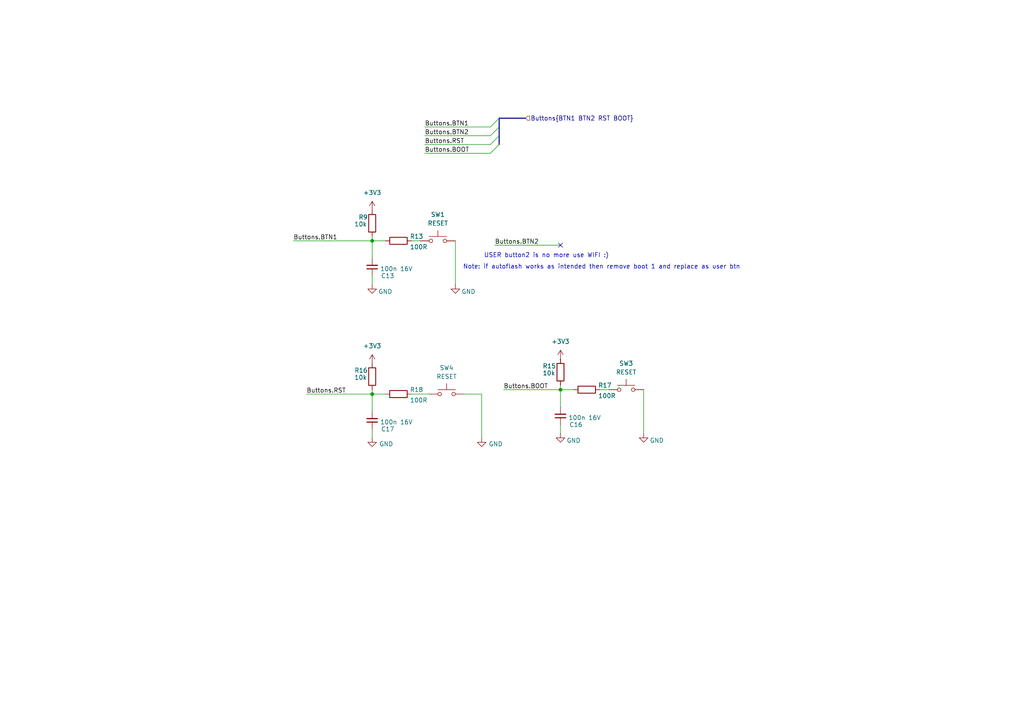
<source format=kicad_sch>
(kicad_sch (version 20231120) (generator "eeschema") (generator_version "8.0")
  (paper "A4")
  (title_block (date "2025-02-04") (rev "A") (company "Artem Horiunov") (comment 1 "DESIGNED IN POLAND"))
  (lib_symbols
    (symbol "Device:C_Small" (pin_numbers hide) (pin_names (offset 0.254) hide)
      (property "Reference" "C" (at 0.254 1.778 0))
      (property "Value" "C_Small" (at 0.254 -2.032 0))
      (symbol "C_Small_0_1"
        (polyline (pts (xy -1.524 -0.508) (xy 1.524 -0.508)) (stroke (width 0.3302)))
        (polyline (pts (xy -1.524 0.508) (xy 1.524 0.508)) (stroke (width 0.3048)))
      )
      (symbol "C_Small_1_1"
        (pin passive line (at 0 2.54 270) (length 2.032) (name "~") (number "1"))
        (pin passive line (at 0 -2.54 90) (length 2.032) (name "~") (number "2"))
      )
    )
    (symbol "Device:R" (pin_numbers hide) (pin_names (offset 0))
      (property "Reference" "R" (at 2.032 0 90))
      (property "Value" "R" (at 0 0 90))
      (symbol "R_0_1"
        (rectangle (start -1.016 -2.54) (end 1.016 2.54) (stroke (width 0.254)))
      )
      (symbol "R_1_1"
        (pin passive line (at 0 3.81 270) (length 1.27) (name "~") (number "1"))
        (pin passive line (at 0 -3.81 90) (length 1.27) (name "~") (number "2"))
      )
    )
    (symbol "Switch:SW_Push" (pin_numbers hide) (pin_names (offset 1.016) hide)
      (property "Reference" "SW" (at 1.27 2.54 0))
      (property "Value" "SW_Push" (at 0 -1.524 0))
      (symbol "SW_Push_0_1"
        (circle (center -2.032 0) (radius 0.508))
        (polyline (pts (xy 0 1.27) (xy 0 3.048)))
        (polyline (pts (xy 2.54 1.27) (xy -2.54 1.27)))
        (circle (center 2.032 0) (radius 0.508))
        (pin passive line (at -5.08 0 0) (length 2.54) (name "1") (number "1"))
        (pin passive line (at 5.08 0 180) (length 2.54) (name "2") (number "2"))
      )
    )
    (symbol "power:+3V3" (power) (pin_numbers hide) (pin_names (offset 0) hide)
      (property "Value" "+3V3" (at 0 3.556 0))
      (symbol "+3V3_0_1"
        (polyline (pts (xy -0.762 1.27) (xy 0 2.54)))
        (polyline (pts (xy 0 0) (xy 0 2.54)))
        (polyline (pts (xy 0 2.54) (xy 0.762 1.27)))
      )
      (symbol "+3V3_1_1"
        (pin power_in line (at 0 0 90) (length 0) (name "~") (number "1"))
      )
    )
    (symbol "power:GND" (power) (pin_numbers hide) (pin_names (offset 0) hide)
      (property "Value" "GND" (at 0 -3.81 0))
      (symbol "GND_0_1"
        (polyline (pts (xy 0 0) (xy 0 -1.27) (xy 1.27 -1.27) (xy 0 -2.54) (xy -1.27 -1.27) (xy 0 -1.27)))
      )
      (symbol "GND_1_1"
        (pin power_in line (at 0 0 270) (length 0) (name "~") (number "1"))
      )
    )
  )
  (junction (at 107.95 69.85))
  (junction (at 162.56 113.03))
  (junction (at 107.95 114.3))
  (no_connect (at 162.56 71.12))
  (bus_entry (at 144.78 39.37) (size -2.54 2.54))
  (bus_entry (at 144.78 41.91) (size -2.54 2.54))
  (bus_entry (at 144.78 36.83) (size -2.54 2.54))
  (bus_entry (at 144.78 34.29) (size -2.54 2.54))
  (wire (pts (xy 107.95 80.01) (xy 107.95 82.55)))
  (wire (pts (xy 162.56 113.03) (xy 166.37 113.03)))
  (wire (pts (xy 123.19 44.45) (xy 142.24 44.45)))
  (bus (pts (xy 152.4 34.29) (xy 144.78 34.29)))
  (wire (pts (xy 107.95 124.46) (xy 107.95 127)))
  (bus (pts (xy 144.78 39.37) (xy 144.78 41.91)))
  (wire (pts (xy 173.99 113.03) (xy 176.53 113.03)))
  (wire (pts (xy 123.19 41.91) (xy 142.24 41.91)))
  (wire (pts (xy 88.9 114.3) (xy 107.95 114.3)))
  (wire (pts (xy 119.38 69.85) (xy 121.92 69.85)))
  (wire (pts (xy 107.95 114.3) (xy 107.95 119.38)))
  (wire (pts (xy 85.09 69.85) (xy 107.95 69.85)))
  (bus (pts (xy 144.78 34.29) (xy 144.78 36.83)))
  (wire (pts (xy 146.05 113.03) (xy 162.56 113.03)))
  (wire (pts (xy 119.38 114.3) (xy 124.46 114.3)))
  (wire (pts (xy 139.7 114.3) (xy 134.62 114.3)))
  (wire (pts (xy 162.56 113.03) (xy 162.56 118.11)))
  (wire (pts (xy 107.95 68.58) (xy 107.95 69.85)))
  (wire (pts (xy 139.7 114.3) (xy 139.7 127)))
  (wire (pts (xy 162.56 123.19) (xy 162.56 125.73)))
  (wire (pts (xy 132.08 69.85) (xy 132.08 82.55)))
  (wire (pts (xy 186.69 113.03) (xy 186.69 125.73)))
  (wire (pts (xy 123.19 39.37) (xy 142.24 39.37)))
  (bus (pts (xy 144.78 36.83) (xy 144.78 39.37)))
  (wire (pts (xy 143.51 71.12) (xy 162.56 71.12)))
  (wire (pts (xy 107.95 69.85) (xy 107.95 74.93)))
  (wire (pts (xy 107.95 113.03) (xy 107.95 114.3)))
  (wire (pts (xy 123.19 36.83) (xy 142.24 36.83)))
  (wire (pts (xy 107.95 69.85) (xy 111.76 69.85)))
  (wire (pts (xy 107.95 114.3) (xy 111.76 114.3)))
  (wire (pts (xy 162.56 111.76) (xy 162.56 113.03)))
  (text "USER button2 is no more use WIFI :)" (at 158.496 74.168 0) (effects (font (size 1.27 1.27))))
  (text "Note: if autoflash works as intended then remove boot 1 and replace as user btn" (at 174.498 77.47 0) (effects (font (size 1.27 1.27))))
  (label "Buttons.BTN1" (at 85.09 69.85 0))
  (label "Buttons.BTN1" (at 123.19 36.83 0))
  (label "Buttons.BTN2" (at 123.19 39.37 0))
  (label "Buttons.RST" (at 88.9 114.3 0))
  (label "Buttons.BTN2" (at 143.51 71.12 0))
  (label "Buttons.RST" (at 123.19 41.91 0))
  (label "Buttons.BOOT" (at 146.05 113.03 0))
  (label "Buttons.BOOT" (at 123.19 44.45 0))
  (hierarchical_label "Buttons{BTN1 BTN2 RST BOOT}" (shape input) (at 152.4 34.29 0))
  (symbol (lib_id "Device:R") (at 107.95 109.22 0) (unit 1)
    (property "Reference" "R16" (at 106.68 107.442 0) (effects (justify right)))
    (property "Value" "10k" (at 106.426 109.474 0) (effects (justify right)))
    (property "Footprint" "Resistor_SMD:R_0402_1005Metric" (effects (hide yes)))
    (property "Description" "Resistor" (effects (hide yes)))
  )
  (symbol (lib_id "Device:R") (at 115.57 69.85 90) (unit 1)
    (property "Reference" "R13" (at 118.872 68.58 90) (effects (justify right)))
    (property "Value" "100R" (at 118.872 71.628 90) (effects (justify right)))
    (property "Footprint" "Resistor_SMD:R_0402_1005Metric" (effects (hide yes)))
    (property "Description" "Resistor" (effects (hide yes)))
  )
  (symbol (lib_id "Switch:SW_Push") (at 181.61 113.03 0) (unit 1)
    (property "Reference" "SW3" (at 181.61 105.41 0))
    (property "Value" "RESET" (at 181.61 107.95 0))
    (property "Footprint" "Button_Switch_SMD:SW_Tactile_SPST_NO_Straight_CK_PTS636Sx25SMTRLFS" (effects (hide yes)))
    (property "Description" "Push button switch, generic, two pins" (effects (hide yes)))
    (property "LCSC" " C2888954" (effects (hide yes)))
    (property "MPN" "TSB008A2530A" (effects (hide yes)))
  )
  (symbol (lib_id "Device:R") (at 170.18 113.03 90) (unit 1)
    (property "Reference" "R17" (at 173.482 111.76 90) (effects (justify right)))
    (property "Value" "100R" (at 173.482 114.808 90) (effects (justify right)))
    (property "Footprint" "Resistor_SMD:R_0402_1005Metric" (effects (hide yes)))
    (property "Description" "Resistor" (effects (hide yes)))
  )
  (symbol (lib_id "power:+3V3") (at 107.95 105.41 0) (unit 1)
    (property "Reference" "#PWR030" (effects (hide yes)))
    (property "Value" "+3V3" (at 107.95 100.33 0))
    (property "Description" "Power symbol creates a global label with name \"+3V3\"" (effects (hide yes)))
  )
  (symbol (lib_id "Device:R") (at 162.56 107.95 0) (unit 1)
    (property "Reference" "R15" (at 161.29 106.172 0) (effects (justify right)))
    (property "Value" "10k" (at 161.036 108.204 0) (effects (justify right)))
    (property "Footprint" "Resistor_SMD:R_0402_1005Metric" (effects (hide yes)))
    (property "Description" "Resistor" (effects (hide yes)))
  )
  (symbol (lib_id "power:+3V3") (at 162.56 104.14 0) (unit 1)
    (property "Reference" "#PWR033" (effects (hide yes)))
    (property "Value" "+3V3" (at 162.56 99.06 0))
    (property "Description" "Power symbol creates a global label with name \"+3V3\"" (effects (hide yes)))
  )
  (symbol (lib_id "power:GND") (at 186.69 125.73 0) (unit 1)
    (property "Reference" "#PWR044" (effects (hide yes)))
    (property "Value" "GND" (at 190.5 127.762 0))
    (property "Description" "Power symbol creates a global label with name \"GND\" , ground" (effects (hide yes)))
  )
  (symbol (lib_id "Switch:SW_Push") (at 127 69.85 0) (unit 1)
    (property "Reference" "SW1" (at 127 62.23 0))
    (property "Value" "RESET" (at 127 64.77 0))
    (property "Footprint" "Button_Switch_SMD:SW_Tactile_SPST_NO_Straight_CK_PTS636Sx25SMTRLFS" (effects (hide yes)))
    (property "Description" "Push button switch, generic, two pins" (effects (hide yes)))
    (property "LCSC" " C2888954" (effects (hide yes)))
    (property "MPN" "TSB008A2530A" (effects (hide yes)))
  )
  (symbol (lib_id "power:GND") (at 132.08 82.55 0) (unit 1)
    (property "Reference" "#PWR032" (effects (hide yes)))
    (property "Value" "GND" (at 135.89 84.582 0))
    (property "Description" "Power symbol creates a global label with name \"GND\" , ground" (effects (hide yes)))
  )
  (symbol (lib_id "power:GND") (at 139.7 127 0) (unit 1)
    (property "Reference" "#PWR046" (effects (hide yes)))
    (property "Value" "GND" (at 143.764 128.778 0))
    (property "Description" "Power symbol creates a global label with name \"GND\" , ground" (effects (hide yes)))
  )
  (symbol (lib_id "power:GND") (at 162.56 125.73 0) (unit 1)
    (property "Reference" "#PWR043" (effects (hide yes)))
    (property "Value" "GND" (at 166.37 127.762 0))
    (property "Description" "Power symbol creates a global label with name \"GND\" , ground" (effects (hide yes)))
  )
  (symbol (lib_id "Switch:SW_Push") (at 129.54 114.3 0) (unit 1)
    (property "Reference" "SW4" (at 129.54 106.68 0))
    (property "Value" "RESET" (at 129.54 109.22 0))
    (property "Footprint" "Button_Switch_SMD:SW_Tactile_SPST_NO_Straight_CK_PTS636Sx25SMTRLFS" (effects (hide yes)))
    (property "Description" "Push button switch, generic, two pins" (effects (hide yes)))
    (property "LCSC" " C2888954" (effects (hide yes)))
    (property "MPN" "TSB008A2530A" (effects (hide yes)))
  )
  (symbol (lib_id "Device:R") (at 115.57 114.3 90) (unit 1)
    (property "Reference" "R18" (at 118.872 113.03 90) (effects (justify right)))
    (property "Value" "100R" (at 118.872 116.078 90) (effects (justify right)))
    (property "Footprint" "Resistor_SMD:R_0402_1005Metric" (effects (hide yes)))
    (property "Description" "Resistor" (effects (hide yes)))
  )
  (symbol (lib_id "power:+3V3") (at 107.95 60.96 0) (unit 1)
    (property "Reference" "#PWR029" (effects (hide yes)))
    (property "Value" "+3V3" (at 107.95 55.88 0))
    (property "Description" "Power symbol creates a global label with name \"+3V3\"" (effects (hide yes)))
  )
  (symbol (lib_id "Device:C_Small") (at 107.95 121.92 0) (mirror x) (unit 1)
    (property "Reference" "C17" (at 110.49 124.46 0) (effects (justify left)))
    (property "Value" "100n 16V" (at 110.236 122.428 0) (effects (justify left)))
    (property "Footprint" "Capacitor_SMD:C_0402_1005Metric" (effects (hide yes)))
    (property "Description" "Unpolarized capacitor, small symbol" (effects (hide yes)))
  )
  (symbol (lib_id "Device:R") (at 107.95 64.77 0) (unit 1)
    (property "Reference" "R9" (at 106.68 62.992 0) (effects (justify right)))
    (property "Value" "10k" (at 106.426 65.024 0) (effects (justify right)))
    (property "Footprint" "Resistor_SMD:R_0402_1005Metric" (effects (hide yes)))
    (property "Description" "Resistor" (effects (hide yes)))
  )
  (symbol (lib_id "power:GND") (at 107.95 82.55 0) (unit 1)
    (property "Reference" "#PWR031" (effects (hide yes)))
    (property "Value" "GND" (at 111.76 84.582 0))
    (property "Description" "Power symbol creates a global label with name \"GND\" , ground" (effects (hide yes)))
  )
  (symbol (lib_id "Device:C_Small") (at 107.95 77.47 0) (mirror x) (unit 1)
    (property "Reference" "C13" (at 110.49 80.01 0) (effects (justify left)))
    (property "Value" "100n 16V" (at 110.236 77.978 0) (effects (justify left)))
    (property "Footprint" "Capacitor_SMD:C_0402_1005Metric" (effects (hide yes)))
    (property "Description" "Unpolarized capacitor, small symbol" (effects (hide yes)))
  )
  (symbol (lib_id "power:GND") (at 107.95 127 0) (unit 1)
    (property "Reference" "#PWR045" (effects (hide yes)))
    (property "Value" "GND" (at 112.014 128.778 0))
    (property "Description" "Power symbol creates a global label with name \"GND\" , ground" (effects (hide yes)))
  )
  (symbol (lib_id "Device:C_Small") (at 162.56 120.65 0) (mirror x) (unit 1)
    (property "Reference" "C16" (at 165.1 123.19 0) (effects (justify left)))
    (property "Value" "100n 16V" (at 164.846 121.158 0) (effects (justify left)))
    (property "Footprint" "Capacitor_SMD:C_0402_1005Metric" (effects (hide yes)))
    (property "Description" "Unpolarized capacitor, small symbol" (effects (hide yes)))
  )
)
</source>
